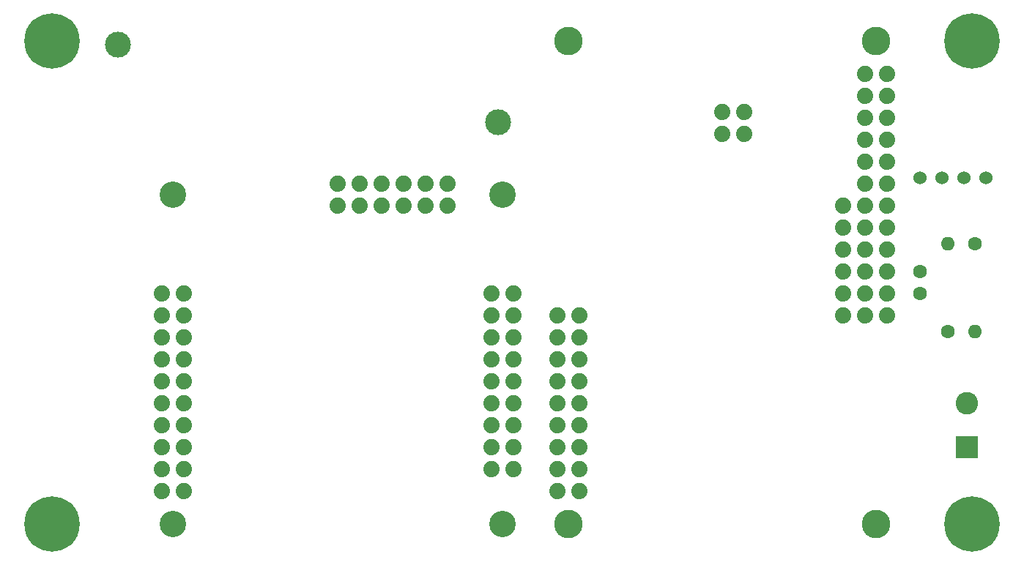
<source format=gts>
G04 #@! TF.GenerationSoftware,KiCad,Pcbnew,(6.0.5-0)*
G04 #@! TF.CreationDate,2022-08-12T12:05:35-04:00*
G04 #@! TF.ProjectId,Cryologger GVT,4372796f-6c6f-4676-9765-72204756542e,rev?*
G04 #@! TF.SameCoordinates,Original*
G04 #@! TF.FileFunction,Soldermask,Top*
G04 #@! TF.FilePolarity,Negative*
%FSLAX46Y46*%
G04 Gerber Fmt 4.6, Leading zero omitted, Abs format (unit mm)*
G04 Created by KiCad (PCBNEW (6.0.5-0)) date 2022-08-12 12:05:35*
%MOMM*%
%LPD*%
G01*
G04 APERTURE LIST*
%ADD10C,1.524000*%
%ADD11R,2.600000X2.600000*%
%ADD12C,2.600000*%
%ADD13C,3.048000*%
%ADD14C,1.879600*%
%ADD15C,3.302000*%
%ADD16C,1.600000*%
%ADD17O,1.600000X1.600000*%
%ADD18C,3.000000*%
%ADD19C,6.400000*%
G04 APERTURE END LIST*
D10*
X195580000Y-81915000D03*
X198120000Y-81915000D03*
X200660000Y-81915000D03*
X203200000Y-81915000D03*
D11*
X200965000Y-113035000D03*
D12*
X200965000Y-107955000D03*
D13*
X109220000Y-83820000D03*
X147320000Y-83820000D03*
X147320000Y-121920000D03*
X109220000Y-121920000D03*
D14*
X110490000Y-95250000D03*
X107950000Y-95250000D03*
X107950000Y-97790000D03*
X110490000Y-97790000D03*
X107950000Y-100330000D03*
X110490000Y-100330000D03*
X107950000Y-102870000D03*
X110490000Y-102870000D03*
X107950000Y-105410000D03*
X110490000Y-105410000D03*
X107950000Y-107950000D03*
X110490000Y-107950000D03*
X110490000Y-110490000D03*
X107950000Y-110490000D03*
X110490000Y-113030000D03*
X107950000Y-113030000D03*
X107950000Y-115570000D03*
X110490000Y-115570000D03*
X107950000Y-118110000D03*
X110490000Y-118110000D03*
X128270000Y-85090000D03*
X128270000Y-82550000D03*
X130810000Y-85090000D03*
X130810000Y-82550000D03*
X133350000Y-85090000D03*
X133350000Y-82550000D03*
X135890000Y-85090000D03*
X135890000Y-82550000D03*
X138430000Y-85090000D03*
X138430000Y-82550000D03*
X140970000Y-85090000D03*
X140970000Y-82550000D03*
X148590000Y-95250000D03*
X146050000Y-95250000D03*
X148590000Y-97790000D03*
X146050000Y-97790000D03*
X148590000Y-100330000D03*
X146050000Y-100330000D03*
X146050000Y-102870000D03*
X148590000Y-102870000D03*
X148590000Y-105410000D03*
X146050000Y-105410000D03*
X148590000Y-107950000D03*
X146050000Y-107950000D03*
X148590000Y-110490000D03*
X146050000Y-110490000D03*
X146050000Y-113030000D03*
X148590000Y-113030000D03*
X148590000Y-115570000D03*
X146050000Y-115570000D03*
D15*
X190500000Y-121920000D03*
X154940000Y-121920000D03*
X154940000Y-66040000D03*
X190500000Y-66040000D03*
D14*
X153670000Y-97790000D03*
X156210000Y-97790000D03*
X156210000Y-100330000D03*
X153670000Y-100330000D03*
X156210000Y-102870000D03*
X153670000Y-102870000D03*
X153670000Y-105410000D03*
X156210000Y-105410000D03*
X153670000Y-107950000D03*
X156210000Y-107950000D03*
X153670000Y-110490000D03*
X156210000Y-110490000D03*
X153670000Y-113030000D03*
X156210000Y-113030000D03*
X153670000Y-115570000D03*
X156210000Y-115570000D03*
X156210000Y-118110000D03*
X153670000Y-118110000D03*
X189230000Y-69850000D03*
X191770000Y-69850000D03*
X189230000Y-72390000D03*
X191770000Y-72390000D03*
X189230000Y-74930000D03*
X191770000Y-74930000D03*
X189230000Y-77470000D03*
X191770000Y-77470000D03*
X191770000Y-80010000D03*
X189230000Y-80010000D03*
X191770000Y-82550000D03*
X189230000Y-82550000D03*
X191770000Y-85090000D03*
X191770000Y-87630000D03*
X191770000Y-90170000D03*
X191770000Y-92710000D03*
X191770000Y-95250000D03*
X191770000Y-97790000D03*
X186690000Y-85090000D03*
X189230000Y-85090000D03*
X186690000Y-87630000D03*
X189230000Y-87630000D03*
X189230000Y-90170000D03*
X186690000Y-90170000D03*
X186690000Y-92710000D03*
X189230000Y-92710000D03*
X189230000Y-95250000D03*
X186690000Y-95250000D03*
X189230000Y-97790000D03*
X186690000Y-97790000D03*
X175260000Y-76835000D03*
X175260000Y-74295000D03*
X172720000Y-76835000D03*
X172720000Y-74295000D03*
D16*
X201930000Y-89515000D03*
D17*
X201930000Y-99675000D03*
D18*
X146841000Y-75493000D03*
X102841000Y-66493000D03*
D19*
X95250000Y-66040000D03*
X201600000Y-121925000D03*
D16*
X195580000Y-95230000D03*
X195580000Y-92730000D03*
D19*
X95250000Y-121920000D03*
D16*
X198755000Y-99675000D03*
D17*
X198755000Y-89515000D03*
D19*
X201600003Y-66045004D03*
M02*

</source>
